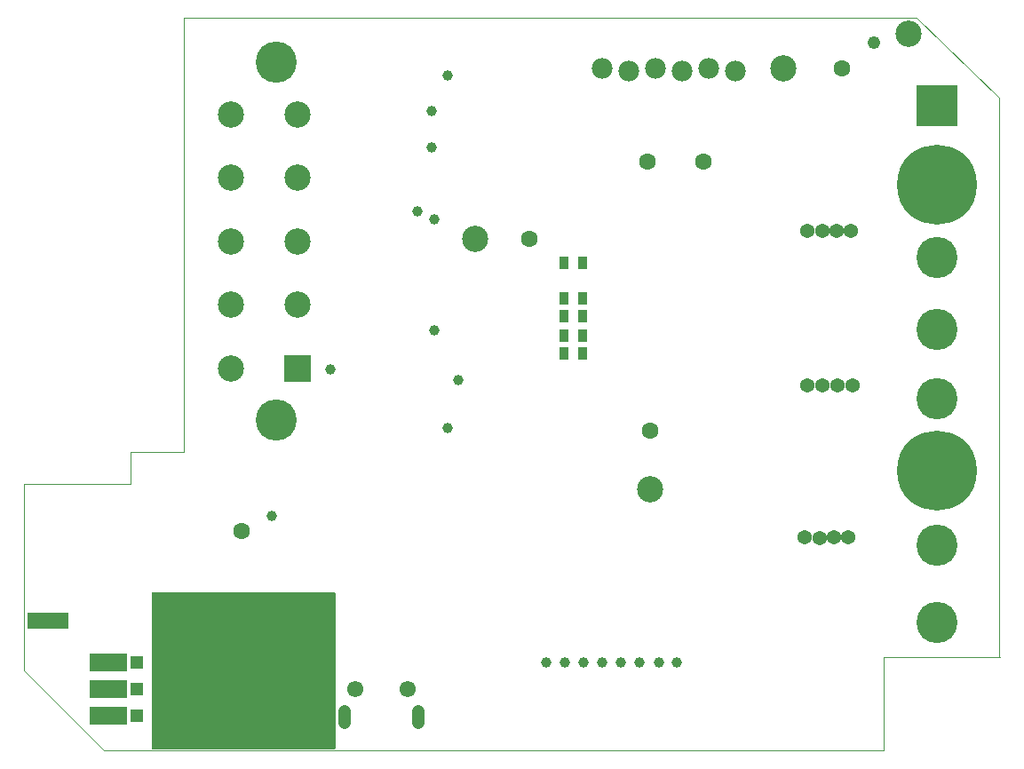
<source format=gts>
G04 EAGLE Gerber RS-274X export*
G75*
%MOMM*%
%FSLAX34Y34*%
%LPD*%
%INTop solder mask*%
%IPPOS*%
%AMOC8*
5,1,8,0,0,1.08239X$1,22.5*%
G01*
%ADD10C,0.000000*%
%ADD11C,7.620000*%
%ADD12R,3.920788X1.596459*%
%ADD13R,3.917600X3.917600*%
%ADD14C,3.917600*%
%ADD15C,2.901600*%
%ADD16R,2.501600X2.501600*%
%ADD17C,2.501600*%
%ADD18C,1.981200*%
%ADD19R,9.753600X10.769600*%
%ADD20R,3.601600X1.701600*%
%ADD21R,0.901600X1.301600*%
%ADD22C,1.551600*%
%ADD23C,1.209600*%
%ADD24R,1.301600X1.301600*%
%ADD25C,1.601600*%
%ADD26C,1.001600*%
%ADD27C,1.226600*%
%ADD28C,2.501900*%
%ADD29R,2.501900X2.501900*%
%ADD30C,1.376600*%

G36*
X295286Y1286D02*
X295286Y1286D01*
X295405Y1293D01*
X295443Y1306D01*
X295483Y1311D01*
X295594Y1354D01*
X295707Y1391D01*
X295742Y1413D01*
X295779Y1428D01*
X295875Y1498D01*
X295976Y1561D01*
X296004Y1591D01*
X296036Y1614D01*
X296112Y1706D01*
X296194Y1793D01*
X296213Y1828D01*
X296239Y1859D01*
X296290Y1967D01*
X296347Y2071D01*
X296358Y2111D01*
X296375Y2147D01*
X296397Y2264D01*
X296427Y2379D01*
X296431Y2440D01*
X296435Y2460D01*
X296433Y2480D01*
X296437Y2540D01*
X296437Y149860D01*
X296422Y149978D01*
X296415Y150097D01*
X296402Y150135D01*
X296397Y150176D01*
X296353Y150286D01*
X296317Y150399D01*
X296295Y150434D01*
X296280Y150471D01*
X296210Y150567D01*
X296147Y150668D01*
X296117Y150696D01*
X296093Y150729D01*
X296002Y150805D01*
X295915Y150886D01*
X295880Y150906D01*
X295848Y150931D01*
X295741Y150982D01*
X295637Y151040D01*
X295597Y151050D01*
X295561Y151067D01*
X295444Y151089D01*
X295329Y151119D01*
X295268Y151123D01*
X295248Y151127D01*
X295228Y151125D01*
X295168Y151129D01*
X122693Y151129D01*
X122575Y151114D01*
X122456Y151107D01*
X122418Y151094D01*
X122378Y151089D01*
X122267Y151046D01*
X122154Y151009D01*
X122119Y150987D01*
X122082Y150972D01*
X121986Y150903D01*
X121885Y150839D01*
X121857Y150809D01*
X121825Y150786D01*
X121749Y150694D01*
X121667Y150607D01*
X121648Y150572D01*
X121622Y150541D01*
X121571Y150433D01*
X121514Y150329D01*
X121503Y150289D01*
X121486Y150253D01*
X121464Y150136D01*
X121434Y150021D01*
X121430Y149961D01*
X121426Y149941D01*
X121428Y149920D01*
X121424Y149860D01*
X121424Y2540D01*
X121439Y2422D01*
X121446Y2303D01*
X121459Y2265D01*
X121464Y2224D01*
X121508Y2114D01*
X121544Y2001D01*
X121566Y1966D01*
X121581Y1929D01*
X121651Y1833D01*
X121714Y1732D01*
X121744Y1704D01*
X121768Y1671D01*
X121859Y1596D01*
X121946Y1514D01*
X121981Y1494D01*
X122013Y1469D01*
X122120Y1418D01*
X122224Y1360D01*
X122264Y1350D01*
X122300Y1333D01*
X122417Y1311D01*
X122532Y1281D01*
X122593Y1277D01*
X122613Y1273D01*
X122633Y1275D01*
X122693Y1271D01*
X295168Y1271D01*
X295286Y1286D01*
G37*
D10*
X819150Y0D02*
X819150Y88900D01*
X929640Y88900D01*
X930150Y88900D01*
X929640Y622300D02*
X850900Y698500D01*
X152400Y698500D01*
X152400Y284480D01*
X101600Y284480D01*
X101600Y254000D01*
X0Y254000D01*
X0Y76200D01*
X76200Y0D01*
X929640Y88900D02*
X929640Y622300D01*
X819150Y0D02*
X76200Y0D01*
D11*
X869950Y266700D03*
X869950Y539750D03*
D12*
X22144Y124098D03*
D13*
X869950Y614680D03*
D14*
X869950Y469900D03*
X869950Y401320D03*
X869950Y335280D03*
X869950Y195580D03*
X869950Y121920D03*
D10*
X855950Y542290D02*
X855954Y542634D01*
X855967Y542977D01*
X855988Y543320D01*
X856017Y543662D01*
X856055Y544004D01*
X856102Y544344D01*
X856156Y544683D01*
X856219Y545021D01*
X856290Y545357D01*
X856370Y545692D01*
X856457Y546024D01*
X856553Y546354D01*
X856657Y546682D01*
X856768Y547006D01*
X856888Y547329D01*
X857016Y547648D01*
X857151Y547963D01*
X857294Y548276D01*
X857445Y548585D01*
X857603Y548890D01*
X857769Y549191D01*
X857942Y549487D01*
X858122Y549780D01*
X858309Y550068D01*
X858504Y550351D01*
X858705Y550630D01*
X858913Y550903D01*
X859128Y551172D01*
X859349Y551434D01*
X859577Y551692D01*
X859811Y551944D01*
X860051Y552189D01*
X860296Y552429D01*
X860548Y552663D01*
X860806Y552891D01*
X861068Y553112D01*
X861337Y553327D01*
X861610Y553535D01*
X861889Y553736D01*
X862172Y553931D01*
X862460Y554118D01*
X862753Y554298D01*
X863049Y554471D01*
X863350Y554637D01*
X863655Y554795D01*
X863964Y554946D01*
X864277Y555089D01*
X864592Y555224D01*
X864911Y555352D01*
X865234Y555472D01*
X865558Y555583D01*
X865886Y555687D01*
X866216Y555783D01*
X866548Y555870D01*
X866883Y555950D01*
X867219Y556021D01*
X867557Y556084D01*
X867896Y556138D01*
X868236Y556185D01*
X868578Y556223D01*
X868920Y556252D01*
X869263Y556273D01*
X869606Y556286D01*
X869950Y556290D01*
X870294Y556286D01*
X870637Y556273D01*
X870980Y556252D01*
X871322Y556223D01*
X871664Y556185D01*
X872004Y556138D01*
X872343Y556084D01*
X872681Y556021D01*
X873017Y555950D01*
X873352Y555870D01*
X873684Y555783D01*
X874014Y555687D01*
X874342Y555583D01*
X874666Y555472D01*
X874989Y555352D01*
X875308Y555224D01*
X875623Y555089D01*
X875936Y554946D01*
X876245Y554795D01*
X876550Y554637D01*
X876851Y554471D01*
X877147Y554298D01*
X877440Y554118D01*
X877728Y553931D01*
X878011Y553736D01*
X878290Y553535D01*
X878563Y553327D01*
X878832Y553112D01*
X879094Y552891D01*
X879352Y552663D01*
X879604Y552429D01*
X879849Y552189D01*
X880089Y551944D01*
X880323Y551692D01*
X880551Y551434D01*
X880772Y551172D01*
X880987Y550903D01*
X881195Y550630D01*
X881396Y550351D01*
X881591Y550068D01*
X881778Y549780D01*
X881958Y549487D01*
X882131Y549191D01*
X882297Y548890D01*
X882455Y548585D01*
X882606Y548276D01*
X882749Y547963D01*
X882884Y547648D01*
X883012Y547329D01*
X883132Y547006D01*
X883243Y546682D01*
X883347Y546354D01*
X883443Y546024D01*
X883530Y545692D01*
X883610Y545357D01*
X883681Y545021D01*
X883744Y544683D01*
X883798Y544344D01*
X883845Y544004D01*
X883883Y543662D01*
X883912Y543320D01*
X883933Y542977D01*
X883946Y542634D01*
X883950Y542290D01*
X883946Y541946D01*
X883933Y541603D01*
X883912Y541260D01*
X883883Y540918D01*
X883845Y540576D01*
X883798Y540236D01*
X883744Y539897D01*
X883681Y539559D01*
X883610Y539223D01*
X883530Y538888D01*
X883443Y538556D01*
X883347Y538226D01*
X883243Y537898D01*
X883132Y537574D01*
X883012Y537251D01*
X882884Y536932D01*
X882749Y536617D01*
X882606Y536304D01*
X882455Y535995D01*
X882297Y535690D01*
X882131Y535389D01*
X881958Y535093D01*
X881778Y534800D01*
X881591Y534512D01*
X881396Y534229D01*
X881195Y533950D01*
X880987Y533677D01*
X880772Y533408D01*
X880551Y533146D01*
X880323Y532888D01*
X880089Y532636D01*
X879849Y532391D01*
X879604Y532151D01*
X879352Y531917D01*
X879094Y531689D01*
X878832Y531468D01*
X878563Y531253D01*
X878290Y531045D01*
X878011Y530844D01*
X877728Y530649D01*
X877440Y530462D01*
X877147Y530282D01*
X876851Y530109D01*
X876550Y529943D01*
X876245Y529785D01*
X875936Y529634D01*
X875623Y529491D01*
X875308Y529356D01*
X874989Y529228D01*
X874666Y529108D01*
X874342Y528997D01*
X874014Y528893D01*
X873684Y528797D01*
X873352Y528710D01*
X873017Y528630D01*
X872681Y528559D01*
X872343Y528496D01*
X872004Y528442D01*
X871664Y528395D01*
X871322Y528357D01*
X870980Y528328D01*
X870637Y528307D01*
X870294Y528294D01*
X869950Y528290D01*
X869606Y528294D01*
X869263Y528307D01*
X868920Y528328D01*
X868578Y528357D01*
X868236Y528395D01*
X867896Y528442D01*
X867557Y528496D01*
X867219Y528559D01*
X866883Y528630D01*
X866548Y528710D01*
X866216Y528797D01*
X865886Y528893D01*
X865558Y528997D01*
X865234Y529108D01*
X864911Y529228D01*
X864592Y529356D01*
X864277Y529491D01*
X863964Y529634D01*
X863655Y529785D01*
X863350Y529943D01*
X863049Y530109D01*
X862753Y530282D01*
X862460Y530462D01*
X862172Y530649D01*
X861889Y530844D01*
X861610Y531045D01*
X861337Y531253D01*
X861068Y531468D01*
X860806Y531689D01*
X860548Y531917D01*
X860296Y532151D01*
X860051Y532391D01*
X859811Y532636D01*
X859577Y532888D01*
X859349Y533146D01*
X859128Y533408D01*
X858913Y533677D01*
X858705Y533950D01*
X858504Y534229D01*
X858309Y534512D01*
X858122Y534800D01*
X857942Y535093D01*
X857769Y535389D01*
X857603Y535690D01*
X857445Y535995D01*
X857294Y536304D01*
X857151Y536617D01*
X857016Y536932D01*
X856888Y537251D01*
X856768Y537574D01*
X856657Y537898D01*
X856553Y538226D01*
X856457Y538556D01*
X856370Y538888D01*
X856290Y539223D01*
X856219Y539559D01*
X856156Y539897D01*
X856102Y540236D01*
X856055Y540576D01*
X856017Y540918D01*
X855988Y541260D01*
X855967Y541603D01*
X855954Y541946D01*
X855950Y542290D01*
D15*
X869950Y542290D03*
D10*
X855950Y265430D02*
X855954Y265774D01*
X855967Y266117D01*
X855988Y266460D01*
X856017Y266802D01*
X856055Y267144D01*
X856102Y267484D01*
X856156Y267823D01*
X856219Y268161D01*
X856290Y268497D01*
X856370Y268832D01*
X856457Y269164D01*
X856553Y269494D01*
X856657Y269822D01*
X856768Y270146D01*
X856888Y270469D01*
X857016Y270788D01*
X857151Y271103D01*
X857294Y271416D01*
X857445Y271725D01*
X857603Y272030D01*
X857769Y272331D01*
X857942Y272627D01*
X858122Y272920D01*
X858309Y273208D01*
X858504Y273491D01*
X858705Y273770D01*
X858913Y274043D01*
X859128Y274312D01*
X859349Y274574D01*
X859577Y274832D01*
X859811Y275084D01*
X860051Y275329D01*
X860296Y275569D01*
X860548Y275803D01*
X860806Y276031D01*
X861068Y276252D01*
X861337Y276467D01*
X861610Y276675D01*
X861889Y276876D01*
X862172Y277071D01*
X862460Y277258D01*
X862753Y277438D01*
X863049Y277611D01*
X863350Y277777D01*
X863655Y277935D01*
X863964Y278086D01*
X864277Y278229D01*
X864592Y278364D01*
X864911Y278492D01*
X865234Y278612D01*
X865558Y278723D01*
X865886Y278827D01*
X866216Y278923D01*
X866548Y279010D01*
X866883Y279090D01*
X867219Y279161D01*
X867557Y279224D01*
X867896Y279278D01*
X868236Y279325D01*
X868578Y279363D01*
X868920Y279392D01*
X869263Y279413D01*
X869606Y279426D01*
X869950Y279430D01*
X870294Y279426D01*
X870637Y279413D01*
X870980Y279392D01*
X871322Y279363D01*
X871664Y279325D01*
X872004Y279278D01*
X872343Y279224D01*
X872681Y279161D01*
X873017Y279090D01*
X873352Y279010D01*
X873684Y278923D01*
X874014Y278827D01*
X874342Y278723D01*
X874666Y278612D01*
X874989Y278492D01*
X875308Y278364D01*
X875623Y278229D01*
X875936Y278086D01*
X876245Y277935D01*
X876550Y277777D01*
X876851Y277611D01*
X877147Y277438D01*
X877440Y277258D01*
X877728Y277071D01*
X878011Y276876D01*
X878290Y276675D01*
X878563Y276467D01*
X878832Y276252D01*
X879094Y276031D01*
X879352Y275803D01*
X879604Y275569D01*
X879849Y275329D01*
X880089Y275084D01*
X880323Y274832D01*
X880551Y274574D01*
X880772Y274312D01*
X880987Y274043D01*
X881195Y273770D01*
X881396Y273491D01*
X881591Y273208D01*
X881778Y272920D01*
X881958Y272627D01*
X882131Y272331D01*
X882297Y272030D01*
X882455Y271725D01*
X882606Y271416D01*
X882749Y271103D01*
X882884Y270788D01*
X883012Y270469D01*
X883132Y270146D01*
X883243Y269822D01*
X883347Y269494D01*
X883443Y269164D01*
X883530Y268832D01*
X883610Y268497D01*
X883681Y268161D01*
X883744Y267823D01*
X883798Y267484D01*
X883845Y267144D01*
X883883Y266802D01*
X883912Y266460D01*
X883933Y266117D01*
X883946Y265774D01*
X883950Y265430D01*
X883946Y265086D01*
X883933Y264743D01*
X883912Y264400D01*
X883883Y264058D01*
X883845Y263716D01*
X883798Y263376D01*
X883744Y263037D01*
X883681Y262699D01*
X883610Y262363D01*
X883530Y262028D01*
X883443Y261696D01*
X883347Y261366D01*
X883243Y261038D01*
X883132Y260714D01*
X883012Y260391D01*
X882884Y260072D01*
X882749Y259757D01*
X882606Y259444D01*
X882455Y259135D01*
X882297Y258830D01*
X882131Y258529D01*
X881958Y258233D01*
X881778Y257940D01*
X881591Y257652D01*
X881396Y257369D01*
X881195Y257090D01*
X880987Y256817D01*
X880772Y256548D01*
X880551Y256286D01*
X880323Y256028D01*
X880089Y255776D01*
X879849Y255531D01*
X879604Y255291D01*
X879352Y255057D01*
X879094Y254829D01*
X878832Y254608D01*
X878563Y254393D01*
X878290Y254185D01*
X878011Y253984D01*
X877728Y253789D01*
X877440Y253602D01*
X877147Y253422D01*
X876851Y253249D01*
X876550Y253083D01*
X876245Y252925D01*
X875936Y252774D01*
X875623Y252631D01*
X875308Y252496D01*
X874989Y252368D01*
X874666Y252248D01*
X874342Y252137D01*
X874014Y252033D01*
X873684Y251937D01*
X873352Y251850D01*
X873017Y251770D01*
X872681Y251699D01*
X872343Y251636D01*
X872004Y251582D01*
X871664Y251535D01*
X871322Y251497D01*
X870980Y251468D01*
X870637Y251447D01*
X870294Y251434D01*
X869950Y251430D01*
X869606Y251434D01*
X869263Y251447D01*
X868920Y251468D01*
X868578Y251497D01*
X868236Y251535D01*
X867896Y251582D01*
X867557Y251636D01*
X867219Y251699D01*
X866883Y251770D01*
X866548Y251850D01*
X866216Y251937D01*
X865886Y252033D01*
X865558Y252137D01*
X865234Y252248D01*
X864911Y252368D01*
X864592Y252496D01*
X864277Y252631D01*
X863964Y252774D01*
X863655Y252925D01*
X863350Y253083D01*
X863049Y253249D01*
X862753Y253422D01*
X862460Y253602D01*
X862172Y253789D01*
X861889Y253984D01*
X861610Y254185D01*
X861337Y254393D01*
X861068Y254608D01*
X860806Y254829D01*
X860548Y255057D01*
X860296Y255291D01*
X860051Y255531D01*
X859811Y255776D01*
X859577Y256028D01*
X859349Y256286D01*
X859128Y256548D01*
X858913Y256817D01*
X858705Y257090D01*
X858504Y257369D01*
X858309Y257652D01*
X858122Y257940D01*
X857942Y258233D01*
X857769Y258529D01*
X857603Y258830D01*
X857445Y259135D01*
X857294Y259444D01*
X857151Y259757D01*
X857016Y260072D01*
X856888Y260391D01*
X856768Y260714D01*
X856657Y261038D01*
X856553Y261366D01*
X856457Y261696D01*
X856370Y262028D01*
X856290Y262363D01*
X856219Y262699D01*
X856156Y263037D01*
X856102Y263376D01*
X856055Y263716D01*
X856017Y264058D01*
X855988Y264400D01*
X855967Y264743D01*
X855954Y265086D01*
X855950Y265430D01*
D15*
X869950Y265430D03*
D16*
X260350Y364744D03*
D17*
X260350Y425196D03*
X260350Y485648D03*
X260350Y546100D03*
X260350Y606552D03*
X196850Y606552D03*
X196850Y546100D03*
X196850Y485648D03*
X196850Y425196D03*
X196850Y364744D03*
D14*
X239776Y656336D03*
X240284Y314960D03*
D18*
X678180Y647700D03*
X652780Y650240D03*
X627380Y647700D03*
X601980Y650240D03*
X576580Y647700D03*
X551180Y650240D03*
D19*
X193360Y58420D03*
D20*
X79810Y58420D03*
X79810Y33020D03*
X79810Y83820D03*
D21*
X514343Y431446D03*
X532343Y431446D03*
X532275Y464982D03*
X514275Y464982D03*
X532308Y395663D03*
X514308Y395663D03*
X514233Y378441D03*
X532233Y378441D03*
D22*
X365360Y59060D03*
X315360Y59060D03*
D23*
X375360Y37600D02*
X375360Y26520D01*
X305360Y26520D02*
X305360Y37600D01*
D21*
X514240Y414020D03*
X532240Y414020D03*
D24*
X106738Y33113D03*
D25*
X779780Y650240D03*
X596900Y304800D03*
X594360Y561340D03*
X481172Y487819D03*
D26*
X375091Y514655D03*
X391160Y506561D03*
X391160Y400558D03*
X387855Y575355D03*
X403401Y643793D03*
X414020Y353060D03*
D27*
X809554Y675153D03*
D24*
X107160Y83828D03*
D28*
X843280Y683260D03*
D25*
X207424Y209622D03*
D26*
X292100Y363220D03*
D24*
X106754Y58398D03*
D29*
X277647Y19271D03*
D24*
X135407Y120871D03*
D28*
X723900Y650240D03*
X596900Y248920D03*
D25*
X647700Y561340D03*
D28*
X429721Y487670D03*
D24*
X127787Y16731D03*
D30*
X744220Y203200D03*
X758017Y203052D03*
X771807Y203172D03*
X785655Y203271D03*
X746760Y347980D03*
X760713Y347980D03*
X774782Y347980D03*
X789940Y347980D03*
X746760Y495300D03*
X760868Y495300D03*
X774189Y495300D03*
X788246Y495300D03*
D26*
X388620Y609600D03*
X236220Y223520D03*
X403860Y307340D03*
X622300Y83820D03*
X604837Y84253D03*
X586740Y83820D03*
X568960Y83820D03*
X551180Y83820D03*
X533400Y83820D03*
X515620Y83820D03*
X497840Y83820D03*
M02*

</source>
